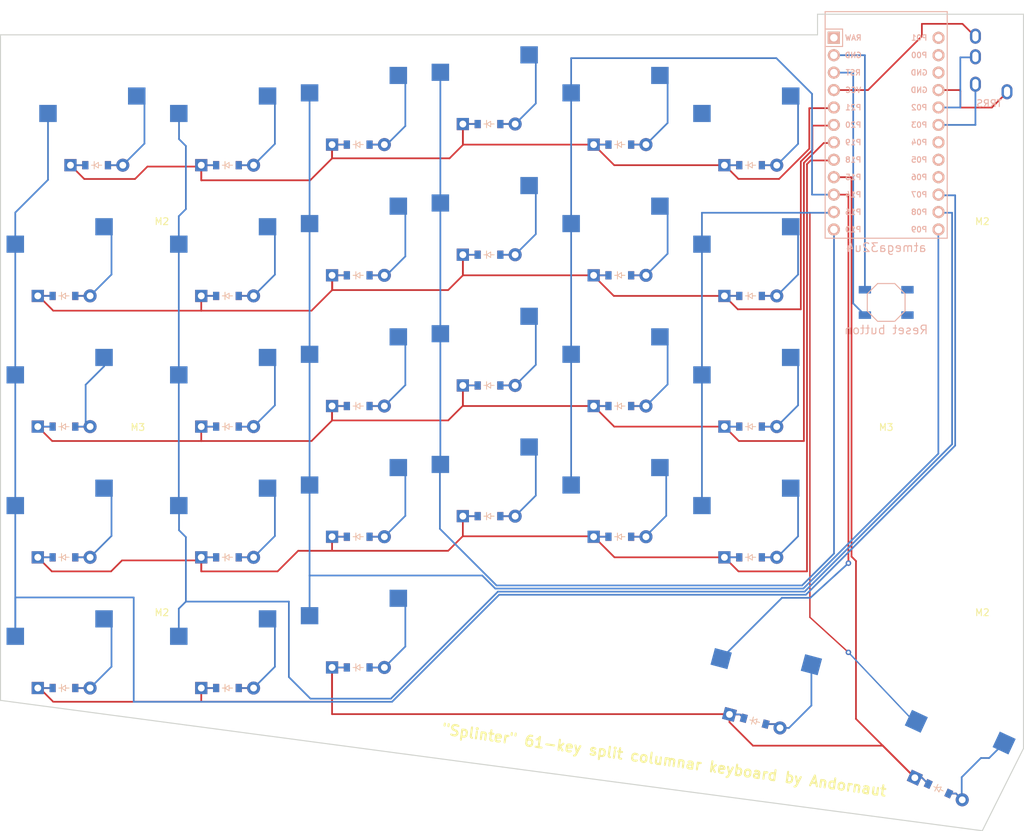
<source format=kicad_pcb>
(kicad_pcb (version 20221018) (generator pcbnew)
  (title_block (title "left") (rev "v1.0.0") (company "Unknown"))
  (layers (0 "F.Cu" signal) (31 "B.Cu" signal) (34 "B.Paste" user) (35 "F.Paste" user) (36 "B.SilkS" user "B.Silkscreen") (37 "F.SilkS" user "F.Silkscreen") (38 "B.Mask" user) (39 "F.Mask" user) (44 "Edge.Cuts" user))
  (net 0 "")
  (net 1 "P18")
  (net 2 "zero_meta")
  (net 3 "zero_bottom")
  (net 4 "zero_home")
  (net 5 "zero_top")
  (net 6 "zero_number")
  (net 7 "P15")
  (net 8 "one_meta")
  (net 9 "one_bottom")
  (net 10 "one_home")
  (net 11 "one_top")
  (net 12 "one_number")
  (net 13 "P14")
  (net 14 "two_meta")
  (net 15 "two_bottom")
  (net 16 "two_home")
  (net 17 "two_top")
  (net 18 "two_number")
  (net 19 "P16")
  (net 20 "three_bottom")
  (net 21 "three_home")
  (net 22 "three_top")
  (net 23 "three_number")
  (net 24 "P10")
  (net 25 "four_bottom")
  (net 26 "four_home")
  (net 27 "four_top")
  (net 28 "four_number")
  (net 29 "P9")
  (net 30 "five_bottom")
  (net 31 "five_home")
  (net 32 "five_top")
  (net 33 "five_number")
  (net 34 "space_meta")
  (net 35 "mod_meta")
  (net 36 "P8")
  (net 37 "P7")
  (net 38 "P6")
  (net 39 "P5")
  (net 40 "P4")
  (net 41 "RAW")
  (net 42 "GND")
  (net 43 "RST")
  (net 44 "VCC")
  (net 45 "P21")
  (net 46 "P20")
  (net 47 "P19")
  (net 48 "P1")
  (net 49 "P0")
  (net 50 "P2")
  (net 51 "P3")
  (footprint "ComboDiode" (layer "F.Cu") (at 107.15 49)
    (fp_text reference "D19" hide)
    (fp_text value "" hide)
  )
  (footprint "MX" (layer "F.Cu") (at 45.2375 107.15)
    (fp_text reference "S2" hide)
    (fp_text value "" hide)
  )
  (footprint "MX" (layer "F.Cu") (at 50 50)
    (fp_text reference "S5" hide)
    (fp_text value "" hide)
  )
  (footprint "MX" (layer "F.Cu") (at 88.1 104.15)
    (fp_text reference "S12" hide)
    (fp_text value "" hide)
  )
  (footprint "MX" (layer "F.Cu") (at 88.1 123.2)
    (fp_text reference "S11" hide)
    (fp_text value "" hide)
  )
  (footprint "MountingHole:MountingHole_2.2mm_M2" (layer "F.Cu") (at 59.5 60)
    (fp_text reference "TopLeftM2" hide)
    (fp_text value "M2")
  )
  (footprint "ComboDiode" (layer "F.Cu") (at 107.15 106.15)
    (fp_text reference "D16" hide)
    (fp_text value "" hide)
  )
  (footprint "ComboDiode" (layer "F.Cu") (at 107.15 87.1)
    (fp_text reference "D17" hide)
    (fp_text value "" hide)
  )
  (footprint "MX" (layer "F.Cu") (at 88.1 85.1)
    (fp_text reference "S13" hide)
    (fp_text value "" hide)
  )
  (footprint "MountingHole:MountingHole_2.2mm_M2" (layer "F.Cu") (at 179 60)
    (fp_text reference "TopRightM2" hide)
    (fp_text value "M2")
  )
  (footprint "MX" (layer "F.Cu") (at 88.1 47)
    (fp_text reference "S15" hide)
    (fp_text value "" hide)
  )
  (footprint "MountingHole:MountingHole_3.2mm_M3" (layer "F.Cu") (at 56 89)
    (fp_text reference "LeftM3" hide)
    (fp_text value "M3")
  )
  (footprint "ComboDiode" (layer "F.Cu") (at 69.05 112.15)
    (fp_text reference "D7" hide)
    (fp_text value "" hide)
  )
  (footprint "MX" (layer "F.Cu") (at 45.2375 88.1)
    (fp_text reference "S3" hide)
    (fp_text value "" hide)
  )
  (footprint "ComboDiode" (layer "F.Cu") (at 126.2 90.1)
    (fp_text reference "D21" hide)
    (fp_text value "" hide)
  )
  (footprint "ComboDiode" (layer "F.Cu") (at 69.05 55)
    (fp_text reference "D10" hide)
    (fp_text value "" hide)
  )
  (footprint "ComboDiode" (layer "F.Cu") (at 69.05 131.2)
    (fp_text reference "D6" hide)
    (fp_text value "" hide)
  )
  (footprint "ComboDiode" (layer "F.Cu") (at 45.2375 93.1)
    (fp_text reference "D3" hide)
    (fp_text value "" hide)
  )
  (footprint "ComboDiode" (layer "F.Cu") (at 45.2375 74.05)
    (fp_text reference "D4" hide)
    (fp_text value "" hide)
  )
  (footprint "MX" (layer "F.Cu") (at 145.25 107.15)
    (fp_text reference "S24" hide)
    (fp_text value "" hide)
  )
  (footprint "ComboDiode" (layer "F.Cu") (at 126.2 109.15)
    (fp_text reference "D20" hide)
    (fp_text value "" hide)
  )
  (footprint "MX" (layer "F.Cu") (at 145.25 69.05)
    (fp_text reference "S26" hide)
    (fp_text value "" hide)
  )
  (footprint "MX" (layer "F.Cu") (at 69.05 126.2)
    (fp_text reference "S6" hide)
    (fp_text value "" hide)
  )
  (footprint "ComboDiode" (layer "F.Cu") (at 88.1 90.1)
    (fp_text reference "D13" hide)
    (fp_text value "" hide)
  )
  (footprint "MountingHole:MountingHole_3.2mm_M3" (layer "F.Cu") (at 165 89)
    (fp_text reference "LeftM3" hide)
    (fp_text value "M3")
  )
  (footprint "ComboDiode" (layer "F.Cu") (at 126.2 52)
    (fp_text reference "D23" hide)
    (fp_text value "" hide)
  )
  (footprint "ComboDiode" (layer "F.Cu") (at 69.05 93.1)
    (fp_text reference "D8" hide)
    (fp_text value "" hide)
  )
  (footprint "MX" (layer "F.Cu") (at 45.2375 126.2)
    (fp_text reference "S1" hide)
    (fp_text value "" hide)
  )
  (footprint "MX" (layer "F.Cu") (at 107.15 63.05)
    (fp_text reference "S18" hide)
    (fp_text value "" hide)
  )
  (footprint "MX" (layer "F.Cu") (at 45.2375 69.05)
    (fp_text reference "S4" hide)
    (fp_text value "" hide)
  )
  (footprint "MX" (layer "F.Cu") (at 107.15 82.1)
    (fp_text reference "S17" hide)
    (fp_text value "" hide)
  )
  (footprint "ComboDiode" (layer "F.Cu") (at 88.1 109.15)
    (fp_text reference "D12" hide)
    (fp_text value "" hide)
  )
  (footprint "ComboDiode" (layer "F.Cu") (at 145.25 55)
    (fp_text reference "D27" hide)
    (fp_text value "" hide)
  )
  (footprint "ComboDiode" (layer "F.Cu") (at 50 55)
    (fp_text reference "D5" hide)
    (fp_text value "" hide)
  )
  (footprint "ComboDiode" (layer "F.Cu") (at 88.1 128.2)
    (fp_text reference "D11" hide)
    (fp_text value "" hide)
  )
  (footprint "MX" (layer "F.Cu") (at 126.2 47)
    (fp_text reference "S23" hide)
    (fp_text value "" hide)
  )
  (footprint "MX" (layer "F.Cu") (at 126.2 104.15)
    (fp_text reference "S20" hide)
    (fp_text value "" hide)
  )
  (footprint "MX" (layer "F.Cu") (at 126.2 66.05)
    (fp_text reference "S22" hide)
    (fp_text value "" hide)
  )
  (footprint "ComboDiode" (layer "F.Cu") (at 107.15 68.05)
    (fp_text reference "D18" hide)
    (fp_text value "" hide)
  )
  (footprint "MX" (layer "F.Cu") (at 69.05 50)
    (fp_text reference "S10" hide)
    (fp_text value "" hide)
  )
  (footprint "ComboDiode" (layer "F.Cu") (at 45.2375 112.15)
    (fp_text reference "D2" hide)
    (fp_text value "" hide)
  )
  (footprint "ComboDiode" (layer "F.Cu") (at 45.2375 131.2)
    (fp_text reference "D1" hide)
    (fp_text value "" hide)
  )
  (footprint "MX" (layer "F.Cu") (at 147.15 131.2 -15)
    (fp_text reference "S28" hide)
    (fp_text value "" hide)
  )
  (footprint "ComboDiode" (layer "F.Cu") (at 88.1 71.05)
    (fp_text reference "D14" hide)
    (fp_text value "" hide)
  )
  (footprint "ComboDiode" (layer "F.Cu") (at 69.05 74.05)
    (fp_text reference "D9" hide)
    (fp_text value "" hide)
  )
  (footprint "MountingHole:MountingHole_2.2mm_M2" (layer "F.Cu") (at 59.5 117)
    (fp_text reference "BotLeftM2" hide)
    (fp_text value "M2")
  )
  (footprint "ComboDiode" (layer "F.Cu") (at 172.623948 145.879074 -25)
    (fp_text reference "D29" hide)
    (fp_text value "" hide)
  )
  (footprint "MX" (layer "F.Cu") (at 69.05 88.1)
    (fp_text reference "S8" hide)
    (fp_text value "" hide)
  )
  (footprint "ComboDiode" (layer "F.Cu") (at 145.25 112.15)
    (fp_text reference "D24" hide)
    (fp_text value "" hide)
  )
  (footprint "MX" (layer "F.Cu") (at 107.15 101.15)
    (fp_text reference "S16" hide)
    (fp_text value "" hide)
  )
  (footprint "MX" (layer "F.Cu") (at 88.1 66.05)
    (fp_text reference "S14" hide)
    (fp_text value "" hide)
  )
  (footprint "ComboDiode" (layer "F.Cu") (at 126.2 71.05)
    (fp_text reference "D22" hide)
    (fp_text value "" hide)
  )
  (footprint "MX" (layer "F.Cu") (at 69.05 107.15)
    (fp_text reference "S7" hide)
    (fp_text value "" hide)
  )
  (footprint "MountingHole:MountingHole_2.2mm_M2" (layer "F.Cu") (at 179 117)
    (fp_text reference "BotRightM2" hide)
    (fp_text value "M2")
  )
  (footprint "MX" (layer "F.Cu") (at 145.25 50)
    (fp_text reference "S27" hide)
    (fp_text value "" hide)
  )
  (footprint "ComboDiode" (layer "F.Cu") (at 145.25 93.1)
    (fp_text reference "D25" hide)
    (fp_text value "" hide)
  )
  (footprint "MX" (layer "F.Cu") (at 174.737039 141.347535 -25)
    (fp_text reference "S29" hide)
    (fp_text value "" hide)
  )
  (footprint "MX" (layer "F.Cu") (at 107.15 44)
    (fp_text reference "S19" hide)
    (fp_text value "" hide)
  )
  (footprint "ComboDiode" (layer "F.Cu") (at 88.1 52)
    (fp_text reference "D15" hide)
    (fp_text value "" hide)
  )
  (footprint "ComboDiode" (layer "F.Cu") (at 145.855905 136.029629 -15)
    (fp_text reference "D28" hide)
    (fp_text value "" hide)
  )
  (footprint "ComboDiode" (layer "F.Cu") (at 145.25 74.05)
    (fp_text reference "D26" hide)
    (fp_text value "" hide)
  )
  (footprint "MX" (layer "F.Cu") (at 126.2 85.1)
    (fp_text reference "S21" hide)
    (fp_text value "" hide)
  )
  (footprint "MX" (layer "F.Cu") (at 145.25 88.1)
    (fp_text reference "S25" hide)
    (fp_text value "" hide)
  )
  (footprint "MX" (layer "F.Cu") (at 69.05 69.05)
    (fp_text reference "S9" hide)
    (fp_text value "" hide)
  )
  (footprint "E73:SW_TACT_ALPS_SKQGABE010" (layer "B.Cu") (at 165 75 180)
    (fp_text reference "Reset button")
    (fp_text value "" hide)
  )
  (footprint "ProMicro" (layer "B.Cu") (at 165 50.4 -90)
    (fp_text reference "atmega32u4")
    (fp_text value "" hide)
  )
  (footprint "TRRS-PJ-320A-dual" (layer "B.Cu") (at 178 33 180)
    (fp_text reference "TRRS")
    (fp_text value "TRRS-PJ-320A-dual" hide)
  )
  (gr_line (start 155 33) (end 185 33) (stroke (width 0.15)) (layer "Edge.Cuts"))
  (gr_line (start 36 133) (end 36 36) (stroke (width 0.15)) (layer "Edge.Cuts"))
  (gr_line (start 155 36) (end 36 36) (stroke (width 0.15)) (layer "Edge.Cuts"))
  (gr_line (start 185 33) (end 185 140) (stroke (width 0.15)) (layer "Edge.Cuts"))
  (gr_line (start 155 33) (end 155 36) (stroke (width 0.15)) (layer "Edge.Cuts"))
  (gr_line (start 185 140) (end 179 152) (stroke (width 0.15)) (layer "Edge.Cuts"))
  (gr_line (start 179 152) (end 36 133) (stroke (width 0.15)) (layer "Edge.Cuts"))
  (gr_text "{dblquote}Splinter{dblquote} 61-key split columnar keyboard by Andornaut" (at 100 138 352) (layer "F.SilkS") (effects (font (size 1.5 1.5) (thickness 0.3) bold) (justify left bottom)))
  (segment (start 124.55 109.15) (end 122.39 109.15) (width 0.25) (layer "F.Cu") (net 1))
  (segment (start 53.7 112.6) (end 65.24 112.6) (width 0.25) (layer "F.Cu") (net 1))
  (segment (start 43.5875 112.15) (end 41.4275 112.15) (width 0.25) (layer "F.Cu") (net 1))
  (segment (start 52.1 114.2) (end 53.7 112.6) (width 0.25) (layer "F.Cu") (net 1))
  (segment (start 153.465 114.2) (end 153.465 54.844188) (width 0.25) (layer "F.Cu") (net 1))
  (segment (start 103.34 106.15) (end 105.5 106.15) (width 0.25) (layer "F.Cu") (net 1))
  (segment (start 125.4275 112.15) (end 141.44 112.15) (width 0.25) (layer "F.Cu") (net 1))
  (segment (start 101.2 111.2) (end 103.34 109.06) (width 0.25) (layer "F.Cu") (net 1))
  (segment (start 84.29 111.2) (end 101.2 111.2) (width 0.25) (layer "F.Cu") (net 1))
  (segment (start 103.34 109.06) (end 103.34 106.15) (width 0.25) (layer "F.Cu") (net 1))
  (segment (start 86.45 109.15) (end 84.29 109.15) (width 0.25) (layer "F.Cu") (net 1))
  (segment (start 153.999188 54.31) (end 157.945 54.31) (width 0.25) (layer "F.Cu") (net 1))
  (segment (start 65.24 112.6) (end 65.24 114.2) (width 0.25) (layer "F.Cu") (net 1))
  (segment (start 143.6 112.15) (end 141.44 112.15) (width 0.25) (layer "F.Cu") (net 1))
  (segment (start 79.3525 111.2) (end 84.29 111.2) (width 0.25) (layer "F.Cu") (net 1))
  (segment (start 103.34 109.06) (end 103.3675 109.0875) (width 0.25) (layer "F.Cu") (net 1))
  (segment (start 65.24 114.2) (end 76.3525 114.2) (width 0.25) (layer "F.Cu") (net 1))
  (segment (start 65.24 114.2) (end 65.24 112.15) (width 0.25) (layer "F.Cu") (net 1))
  (segment (start 43.4775 114.2) (end 52.1 114.2) (width 0.25) (layer "F.Cu") (net 1))
  (segment (start 143.49 114.2) (end 153.465 114.2) (width 0.25) (layer "F.Cu") (net 1))
  (segment (start 141.44 112.15) (end 143.49 114.2) (width 0.25) (layer "F.Cu") (net 1))
  (segment (start 84.29 111.2) (end 84.29 109.15) (width 0.25) (layer "F.Cu") (net 1))
  (segment (start 153.465 54.844188) (end 153.999188 54.31) (width 0.25) (layer "F.Cu") (net 1))
  (segment (start 65.24 112.15) (end 67.4 112.15) (width 0.25) (layer "F.Cu") (net 1))
  (segment (start 122.4275 109.15) (end 125.4275 112.15) (width 0.25) (layer "F.Cu") (net 1))
  (segment (start 76.3525 114.2) (end 79.3525 111.2) (width 0.25) (layer "F.Cu") (net 1))
  (segment (start 103.3675 109.0875) (end 122.3275 109.0875) (width 0.25) (layer "F.Cu") (net 1))
  (segment (start 41.4275 112.15) (end 43.4775 114.2) (width 0.25) (layer "F.Cu") (net 1))
  (segment (start 86.45 109.15) (end 84.29 109.15) (width 0.25) (layer "B.Cu") (net 1))
  (segment (start 67.4 112.15) (end 65.24 112.15) (width 0.25) (layer "B.Cu") (net 1))
  (segment (start 124.55 109.15) (end 122.39 109.15) (width 0.25) (layer "B.Cu") (net 1))
  (segment (start 143.6 112.15) (end 141.44 112.15) (width 0.25) (layer "B.Cu") (net 1))
  (segment (start 43.5875 112.15) (end 41.4275 112.15) (width 0.25) (layer "B.Cu") (net 1))
  (segment (start 105.5 106.15) (end 103.34 106.15) (width 0.25) (layer "B.Cu") (net 1))
  (segment (start 46.8875 131.2) (end 49.0475 131.2) (width 0.25) (layer "F.Cu") (net 2))
  (segment (start 46.8875 131.2) (end 49.0475 131.2) (width 0.25) (layer "B.Cu") (net 2))
  (segment (start 49.0475 131.2) (end 52.165 128.0825) (width 0.25) (layer "B.Cu") (net 2))
  (segment (start 52.165 128.0825) (end 52.165 122.2055) (width 0.25) (layer "B.Cu") (net 2))
  (segment (start 46.8875 112.15) (end 49.0475 112.15) (width 0.25) (layer "F.Cu") (net 3))
  (segment (start 52.165 109.0325) (end 52.165 103.1555) (width 0.25) (layer "B.Cu") (net 3))
  (segment (start 49.0475 112.15) (end 52.165 109.0325) (width 0.25) (layer "B.Cu") (net 3))
  (segment (start 46.8875 112.15) (end 49.0475 112.15) (width 0.25) (layer "B.Cu") (net 3))
  (segment (start 46.8875 93.1) (end 49.0475 93.1) (width 0.25) (layer "F.Cu") (net 4))
  (segment (start 49.0475 93.1) (end 48.4 92.4525) (width 0.25) (layer "B.Cu") (net 4))
  (segment (start 51.0795 84.3205) (end 51.0795 83.02) (width 0.25) (layer "B.Cu") (net 4))
  (segment (start 48.4 92.4525) (end 48.4 87) (width 0.25) (layer "B.Cu") (net 4))
  (segment (start 48.4 87) (end 51.0795 84.3205) (width 0.25) (layer "B.Cu") (net 4))
  (segment (start 46.8875 93.1) (end 49.0475 93.1) (width 0.25) (layer "B.Cu") (net 4))
  (segment (start 46.8875 74.05) (end 49.0475 74.05) (width 0.25) (layer "F.Cu") (net 5))
  (segment (start 49.0475 74.05) (end 52.165 70.9325) (width 0.25) (layer "B.Cu") (net 5))
  (segment (start 52.165 70.9325) (end 52.165 65.0555) (width 0.25) (layer "B.Cu") (net 5))
  (segment (start 46.8875 74.05) (end 49.0475 74.05) (width 0.25) (layer "B.Cu") (net 5))
  (segment (start 53.81 55) (end 51.65 55) (width 0.25) (layer "F.Cu") (net 6))
  (segment (start 56.965 51.845) (end 56.965 46.043) (width 0.25) (layer "B.Cu") (net 6))
  (segment (start 53.81 55) (end 56.965 51.845) (width 0.25) (layer "B.Cu") (net 6))
  (segment (start 51.65 55) (end 53.81 55) (width 0.25) (layer "B.Cu") (net 6))
  (segment (start 41.565 131.0875) (end 43.6775 133.2) (width 0.25) (layer "F.Cu") (net 7))
  (segment (start 142.175728 135.043528) (end 143.703077 135.043528) (width 0.25) (layer "F.Cu") (net 7))
  (segment (start 41.4275 131.2) (end 43.5875 131.2) (width 0.25) (layer "F.Cu") (net 7))
  (segment (start 169.170915 144.268898) (end 160.6 135.697983) (width 0.25) (layer "F.Cu") (net 7))
  (segment (start 160.6 135.697983) (end 160.6 112.687347) (width 0.25) (layer "F.Cu") (net 7))
  (segment (start 159.95 56.75) (end 157.38 56.75) (width 0.25) (layer "F.Cu") (net 7))
  (segment (start 159.95 112.037347) (end 159.95 56.75) (width 0.25) (layer "F.Cu") (net 7))
  (segment (start 43.6775 133.2) (end 65.24 133.2) (width 0.25) (layer "F.Cu") (net 7))
  (segment (start 84.29 128.2) (end 84.29 135) (width 0.25) (layer "F.Cu") (net 7))
  (segment (start 143.703077 135.043528) (end 144.262127 135.602578) (width 0.25) (layer "F.Cu") (net 7))
  (segment (start 84.29 133.2) (end 65.24 133.2) (width 0.25) (layer "F.Cu") (net 7))
  (segment (start 84.29 128.2) (end 84.29 133.2) (width 0.25) (layer "F.Cu") (net 7))
  (segment (start 170.215684 144.268898) (end 171.12854 145.181754) (width 0.25) (layer "F.Cu") (net 7))
  (segment (start 160.6 112.687347) (end 159.95 112.037347) (width 0.25) (layer "F.Cu") (net 7))
  (segment (start 142.175728 136.175728) (end 145.6 139.6) (width 0.25) (layer "F.Cu") (net 7))
  (segment (start 84.29 135) (end 142.1322 135) (width 0.25) (layer "F.Cu") (net 7))
  (segment (start 142.175728 135.043528) (end 142.175728 136.175728) (width 0.25) (layer "F.Cu") (net 7))
  (segment (start 86.45 128.2) (end 84.29 128.2) (width 0.25) (layer "F.Cu") (net 7))
  (segment (start 164.502017 139.6) (end 169.170915 144.268898) (width 0.25) (layer "F.Cu") (net 7))
  (segment (start 169.170915 144.268898) (end 170.215684 144.268898) (width 0.25) (layer "F.Cu") (net 7))
  (segment (start 65.24 131.2) (end 67.4 131.2) (width 0.25) (layer "F.Cu") (net 7))
  (segment (start 145.6 139.6) (end 164.502017 139.6) (width 0.25) (layer "F.Cu") (net 7))
  (segment (start 65.24 133.2) (end 65.24 131.2) (width 0.25) (layer "F.Cu") (net 7))
  (segment (start 43.5875 131.2) (end 41.4275 131.2) (width 0.25) (layer "B.Cu") (net 7))
  (segment (start 84.29 128.2) (end 86.45 128.2) (width 0.25) (layer "B.Cu") (net 7))
  (segment (start 143.703077 135.043528) (end 144.262127 135.602578) (width 0.25) (layer "B.Cu") (net 7))
  (segment (start 67.4 131.2) (end 65.24 131.2) (width 0.25) (layer "B.Cu") (net 7))
  (segment (start 142.175728 135.043528) (end 143.703077 135.043528) (width 0.25) (layer "B.Cu") (net 7))
  (segment (start 170.215684 144.268898) (end 171.12854 145.181754) (width 0.25) (layer "B.Cu") (net 7))
  (segment (start 169.170915 144.268898) (end 170.215684 144.268898) (width 0.25) (layer "B.Cu") (net 7))
  (segment (start 70.7 131.2) (end 72.86 131.2) (width 0.25) (layer "F.Cu") (net 8))
  (segment (start 75.965 128.095) (end 75.965 122.193) (width 0.25) (layer "B.Cu") (net 8))
  (segment (start 70.7 131.2) (end 72.86 131.2) (width 0.25) (layer "B.Cu") (net 8))
  (segment (start 72.86 131.2) (end 75.965 128.095) (width 0.25) (layer "B.Cu") (net 8))
  (segment (start 70.7 112.15) (end 72.86 112.15) (width 0.25) (layer "F.Cu") (net 9))
  (segment (start 75.965 109.045) (end 75.965 103.143) (width 0.25) (layer "B.Cu") (net 9))
  (segment (start 72.86 112.15) (end 75.965 109.045) (width 0.25) (layer "B.Cu") (net 9))
  (segment (start 70.7 112.15) (end 72.86 112.15) (width 0.25) (layer "B.Cu") (net 9))
  (segment (start 70.7 93.1) (end 72.86 93.1) (width 0.25) (layer "F.Cu") (net 10))
  (segment (start 72.86 93.1) (end 75.965 89.995) (width 0.25) (layer "B.Cu") (net 10))
  (segment (start 75.965 89.995) (end 75.965 84.093) (width 0.25) (layer "B.Cu") (net 10))
  (segment (start 70.7 93.1) (end 72.86 93.1) (width 0.25) (layer "B.Cu") (net 10))
  (segment (start 70.7 74.05) (end 72.86 74.05) (width 0.25) (layer "F.Cu") (net 11))
  (segment (start 72.86 74.05) (end 75.965 70.945) (width 0.25) (layer "B.Cu") (net 11))
  (segment (start 70.7 74.05) (end 72.86 74.05) (width 0.25) (layer "B.Cu") (net 11))
  (segment (start 75.965 70.945) (end 75.965 65.043) (width 0.25) (layer "B.Cu") (net 11))
  (segment (start 70.7 55) (end 72.86 55) (width 0.25) (layer "F.Cu") (net 12))
  (segment (start 75.965 51.895) (end 75.965 45.993) (width 0.25) (layer "B.Cu") (net 12))
  (segment (start 72.86 55) (end 75.965 51.895) (width 0.25) (layer "B.Cu") (net 12))
  (segment (start 70.7 55) (end 72.86 55) (width 0.25) (layer "B.Cu") (net 12))
  (segment (start 159.5 113) (end 159.5 59.29) (width 0.25) (layer "F.Cu") (net 13))
  (segment (start 159.5 59.29) (end 157.945 59.29) (width 0.25) (layer "F.Cu") (net 13))
  (via (at 159.5 113) (size 0.8) (drill 0.4) (layers "F.Cu" "B.Cu") (net 13))
  (segment (start 119.115 39.4) (end 149 39.4) (width 0.25) (layer "B.Cu") (net 13))
  (segment (start 119.115 44.46) (end 119.115 39.4) (width 0.25) (layer "B.Cu") (net 13))
  (segment (start 119.115 44.46) (end 119.115 63.51) (width 0.25) (layer "B.Cu") (net 13))
  (segment (start 154.2 44.6) (end 154.2 59.29) (width 0.25) (layer "B.Cu") (net 13))
  (segment (start 154.2 59.29) (end 157.945 59.29) (width 0.25) (layer "B.Cu") (net 13))
  (segment (start 149.8 118.076631) (end 140.963816 126.912815) (width 0.25) (layer "B.Cu") (net 13))
  (segment (start 149 39.4) (end 154.2 44.6) (width 0.25) (layer "B.Cu") (net 13))
  (segment (start 159.5 113) (end 153.95 118.05) (width 0.25) (layer "B.Cu") (net 13))
  (segment (start 119.115 63.51) (end 119.115 82.56) (width 0.25) (layer "B.Cu") (net 13))
  (segment (start 149.8 118.05) (end 149.8 118.076631) (width 0.25) (layer "B.Cu") (net 13))
  (segment (start 153.95 118.05) (end 149.8 118.05) (width 0.25) (layer "B.Cu") (net 13))
  (segment (start 119.115 101.61) (end 119.115 82.56) (width 0.25) (layer "B.Cu") (net 13))
  (segment (start 89.75 128.2) (end 91.91 128.2) (width 0.25) (layer "F.Cu") (net 14))
  (segment (start 89.75 128.2) (end 91.91 128.2) (width 0.25) (layer "B.Cu") (net 14))
  (segment (start 94.965 125.145) (end 94.965 119.143) (width 0.25) (layer "B.Cu") (net 14))
  (segment (start 91.91 128.2) (end 94.965 125.145) (width 0.25) (layer "B.Cu") (net 14))
  (segment (start 89.75 109.15) (end 91.91 109.15) (width 0.25) (layer "F.Cu") (net 15))
  (segment (start 89.75 109.15) (end 91.91 109.15) (width 0.25) (layer "B.Cu") (net 15))
  (segment (start 91.91 109.15) (end 94.965 106.095) (width 0.25) (layer "B.Cu") (net 15))
  (segment (start 94.965 106.095) (end 94.965 100.093) (width 0.25) (layer "B.Cu") (net 15))
  (segment (start 89.75 90.1) (end 91.91 90.1) (width 0.25) (layer "F.Cu") (net 16))
  (segment (start 94.965 87.045) (end 94.965 81.043) (width 0.25) (layer "B.Cu") (net 16))
  (segment (start 91.91 90.1) (end 94.965 87.045) (width 0.25) (layer "B.Cu") (net 16))
  (segment (start 89.75 90.1) (end 91.91 90.1) (width 0.25) (layer "B.Cu") (net 16))
  (segment (start 89.75 71.05) (end 91.91 71.05) (width 0.25) (layer "F.Cu") (net 17))
  (segment (start 94.965 68.2875) (end 94.965 61.993) (width 0.25) (layer "B.Cu") (net 17))
  (segment (start 89.75 71.05) (end 91.91 71.05) (width 0.25) (layer "B.Cu") (net 17))
  (segment (start 92.165 71.0875) (end 94.965 68.2875) (width 0.25) (layer "B.Cu") (net 17))
  (segment (start 89.75 52) (end 91.91 52) (width 0.25) (layer "F.Cu") (net 18))
  (segment (start 94.965 49.2875) (end 94.965 42.943) (width 0.25) (layer "B.Cu") (net 18))
  (segment (start 89.75 52) (end 91.91 52) (width 0.25) (layer "B.Cu") (net 18))
  (segment (start 92.2525 52) (end 94.965 49.2875) (width 0.25) (layer "B.Cu") (net 18))
  (segment (start 159.5 126) (end 153.89 120.89) (width 0.2) (layer "F.Cu") (net 19))
  (segment (start 153.89 120.89) (end 153.89 61.93) (width 0.2) (layer "F.Cu") (net 19))
  (segment (start 153.89 61.93) (end 157.945 61.93) (width 0.2) (layer "F.Cu") (net 19))
  (via (at 159.5 126) (size 0.8) (drill 0.4) (layers "F.Cu" "B.Cu") (net 19))
  (segment (start 138.165 61.93) (end 157.945 61.93) (width 0.25) (layer "B.Cu") (net 19))
  (segment (start 168.389299 135.389299) (end 169.389299 135.389299) (width 0.2) (layer "B.Cu") (net 19))
  (segment (start 138.165 66.51) (end 138.165 85.56) (width 0.25) (layer "B.Cu") (net 19))
  (segment (start 159.5 126) (end 168.389299 135.389299) (width 0.2) (layer "B.Cu") (net 19))
  (segment (start 138.165 85.56) (end 138.165 104.61) (width 0.25) (layer "B.Cu") (net 19))
  (segment (start 138.165 66.51) (end 138.165 61.93) (width 0.25) (layer "B.Cu") (net 19))
  (segment (start 108.8 106.15) (end 110.96 106.15) (width 0.25) (layer "F.Cu") (net 20))
  (segment (start 110.96 106.15) (end 113.965 103.145) (width 0.25) (layer "B.Cu") (net 20))
  (segment (start 108.8 106.15) (end 110.96 106.15) (width 0.25) (layer "B.Cu") (net 20))
  (segment (start 113.965 103.145) (end 113.965 97.043) (width 0.25) (layer "B.Cu") (net 20))
  (segment (start 110.96 87.1) (end 108.8 87.1) (width 0.25) (layer "F.Cu") (net 21))
  (segment (start 110.96 87.1) (end 113.965 84.095) (width 0.25) (layer "B.Cu") (net 21))
  (segment (start 113.965 84.095) (end 113.965 77.993) (width 0.25) (layer "B.Cu") (net 21))
  (segment (start 110.96 87.1) (end 108.8 87.1) (width 0.25) (layer "B.Cu") (net 21))
  (segment (start 110.96 68.05) (end 108.8 68.05) (width 0.25) (layer "F.Cu") (net 22))
  (segment (start 110.96 68.05) (end 113.965 65.045) (width 0.25) (layer "B.Cu") (net 22))
  (segment (start 110.96 68.05) (end 108.8 68.05) (width 0.25) (layer "B.Cu") (net 22))
  (segment (start 113.965 65.045) (end 113.965 58.943) (width 0.25) (layer "B.Cu") (net 22))
  (segment (start 110.96 49) (end 108.8 49) (width 0.25) (layer "F.Cu") (net 23))
  (segment (start 113.965 45.995) (end 113.965 39.893) (width 0.25) (layer "B.Cu") (net 23))
  (segment (start 110.96 49) (end 108.8 49) (width 0.25) (layer "B.Cu") (net 23))
  (segment (start 110.96 49) (end 113.965 45.995) (width 0.25) (layer "B.Cu") (net 23))
  (segment (start 100.065 79.56) (end 100.065 98.61) (width 0.25) (layer "B.Cu") (net 24))
  (segment (start 108.25 116.25) (end 152.75 116.25) (width 0.25) (layer "B.Cu") (net 24))
  (segment (start 157.4 111.6) (end 157.4 64.39) (width 0.25) (layer "B.Cu") (net 24))
  (segment (start 100.065 41.46) (end 100.065 60.51) (width 0.25) (layer "B.Cu") (net 24))
  (segment (start 152.75 116.25) (end 157.4 111.6) (width 0.25) (layer "B.Cu") (net 24))
  (segment (start 100 98.675) (end 100 108) (width 0.25) (layer "B.Cu") (net 24))
  (segment (start 100.065 60.51) (end 100.065 79.56) (width 0.25) (layer "B.Cu") (net 24))
  (segment (start 100 108) (end 108.25 116.25) (width 0.25) (layer "B.Cu") (net 24))
  (segment (start 127.85 109.15) (end 130.01 109.15) (width 0.25) (layer "F.Cu") (net 25))
  (segment (start 132.965 99.993) (end 132.965 106.0875) (width 0.25) (layer "B.Cu") (net 25))
  (segment (start 127.85 109.15) (end 130.01 109.15) (width 0.25) (layer "B.Cu") (net 25))
  (segment (start 132.965 106.0875) (end 129.965 109.0875) (width 0.25) (layer "B.Cu") (net 25))
  (segment (start 130.01 90.1) (end 127.85 90.1) (width 0.25) (layer "F.Cu") (net 26))
  (segment (start 130.01 90.1) (end 133.165 86.945) (width 0.25) (layer "B.Cu") (net 26))
  (segment (start 133.165 86.945) (end 133.165 81.143) (width 0.25) (layer "B.Cu") (net 26))
  (segment (start 130.01 90.1) (end 127.85 90.1) (width 0.25) (layer "B.Cu") (net 26))
  (segment (start 130.01 71.05) (end 127.85 71.05) (width 0.25) (layer "F.Cu") (net 27))
  (segment (start 130.01 71.05) (end 133.165 67.895) (width 0.25) (layer "B.Cu") (net 27))
  (segment (start 133.165 67.895) (end 133.165 62.093) (width 0.25) (layer "B.Cu") (net 27))
  (segment (start 130.01 71.05) (end 127.85 71.05) (width 0.25) (layer "B.Cu") (net 27))
  (segment (start 130.01 52) (end 127.85 52) (width 0.25) (layer "F.Cu") (net 28))
  (segment (start 130.01 52) (end 133.165 48.845) (width 0.25) (layer "B.Cu") (net 28))
  (segment (start 133.165 48.845) (end 133.165 43.043) (width 0.25) (layer "B.Cu") (net 28))
  (segment (start 130.01 52) (end 127.85 52) (width 0.25) (layer "B.Cu") (net 28))
  (segment (start 172.6 97.036396) (end 172.6 64.39) (width 0.25) (layer "B.Cu") (net 29))
  (segment (start 106.163604 114.8) (end 108.063604 116.7) (width 0.25) (layer "B.Cu") (net 29))
  (segment (start 81.015 101.61) (end 81.015 120.66) (width 0.25) (layer "B.Cu") (net 29))
  (segment (start 108.063604 116.7) (end 152.936396 116.7) (width 0.25) (layer "B.Cu") (net 29))
  (segment (start 81.015 82.56) (end 81.015 101.61) (width 0.25) (layer "B.Cu") (net 29))
  (segment (start 81.015 44.46) (end 81.015 63.51) (width 0.25) (layer "B.Cu") (net 29))
  (segment (start 81.015 114.8) (end 106.163604 114.8) (width 0.25) (layer "B.Cu") (net 29))
  (segment (start 152.936396 116.7) (end 172.6 97.036396) (width 0.25) (layer "B.Cu") (net 29))
  (segment (start 81.015 63.51) (end 81.015 82.56) (width 0.25) (layer "B.Cu") (net 29))
  (segment (start 146.9 112.15) (end 149.06 112.15) (width 0.25) (layer "F.Cu") (net 30))
  (segment (start 149.1025 112.15) (end 152.165 109.0875) (width 0.25) (layer "B.Cu") (net 30))
  (segment (start 152.165 109.0875) (end 152.165 103.143) (width 0.25) (layer "B.Cu") (net 30))
  (segment (start 146.9 112.15) (end 149.06 112.15) (width 0.25) (layer "B.Cu") (net 30))
  (segment (start 149.06 93.1) (end 146.9 93.1) (width 0.25) (layer "F.Cu") (net 31))
  (segment (start 149.06 93.1) (end 152.165 89.995) (width 0.25) (layer "B.Cu") (net 31))
  (segment (start 149.06 93.1) (end 146.9 93.1) (width 0.25) (layer "B.Cu") (net 31))
  (segment (start 152.165 89.995) (end 152.165 84.093) (width 0.25) (layer "B.Cu") (net 31))
  (segment (start 149.06 74.05) (end 146.9 74.05) (width 0.25) (layer "F.Cu") (net 32))
  (segment (start 152.165 70.945) (end 152.165 65.043) (width 0.25) (layer "B.Cu") (net 32))
  (segment (start 149.06 74.05) (end 152.165 70.945) (width 0.25) (layer "B.Cu") (net 32))
  (segment (start 149.06 74.05) (end 146.9 74.05) (width 0.25) (layer "B.Cu") (net 32))
  (segment (start 149.06 55) (end 146.9 55) (width 0.25) (layer "F.Cu") (net 33))
  (segment (start 152.165 51.895) (end 152.165 45.993) (width 0.25) (layer "B.Cu") (net 33))
  (segment (start 149.06 55) (end 146.9 55) (width 0.25) (layer "B.Cu") (net 33))
  (segment (start 149.06 55) (end 152.165 51.895) (width 0.25) (layer "B.Cu") (net 33))
  (segment (start 147.449683 136.45668) (end 148.977032 136.45668) (width 0.25) (layer "F.Cu") (net 34))
  (segment (start 150.83677 137.01573) (end 154.107739 133.744761) (width 0.25) (layer "B.Cu") (net 34))
  (segment (start 154.107739 133.744761) (end 154.107739 127.805118) (width 0.25) (layer "B.Cu") (net 34))
  (segment (start 147.449683 136.45668) (end 148.977032 136.45668) (width 0.25) (layer "B.Cu") (net 34))
  (segment (start 149.536082 137.01573) (end 150.83677 137.01573) (width 0.25) (layer "B.Cu") (net 34))
  (segment (start 175.164125 146.576394) (end 176.076981 147.48925) (width 0.25) (layer "F.Cu") (net 35))
  (segment (start 174.119356 146.576394) (end 175.164125 146.576394) (width 0.25) (layer "F.Cu") (net 35))
  (segment (start 175.164125 146.576394) (end 176.076981 147.48925) (width 0.25) (layer "B.Cu") (net 35))
  (segment (start 176 144.2) (end 178.8 141.4) (width 0.25) (layer "B.Cu") (net 35))
  (segment (start 176 147.4) (end 176 144.2) (width 0.25) (layer "B.Cu") (net 35))
  (segment (start 179.995509 141.4) (end 182.17859 139.216919) (width 0.25) (layer "B.Cu") (net 35))
  (segment (start 174.119356 146.576394) (end 175.164125 146.576394) (width 0.25) (layer "B.Cu") (net 35))
  (segment (start 178.8 141.4) (end 179.995509 141.4) (width 0.25) (layer "B.Cu") (net 35))
  (segment (start 62 108.2) (end 63 109.2) (width 0.25) (layer "B.Cu") (net 36))
  (segment (start 62 104.645) (end 62 108.2) (width 0.25) (layer "B.Cu") (net 36))
  (segment (start 62 47.495) (end 62 51.2) (width 0.25) (layer "B.Cu") (net 36))
  (segment (start 92.85 132.75) (end 108.45 117.15) (width 0.25) (layer "B.Cu") (net 36))
  (segment (start 62 51.2) (end 63 52.2) (width 0.25) (layer "B.Cu") (net 36))
  (segment (start 63 109.2) (end 63 118.6) (width 0.25) (layer "B.Cu") (net 36))
  (segment (start 61.965 104.61) (end 61.965 85.56) (width 0.25) (layer "B.Cu") (net 36))
  (segment (start 174.6 61.93) (end 173.185 61.93) (width 0.25) (layer "B.Cu") (net 36))
  (segment (start 153.122792 117.15) (end 174.6 95.672792) (width 0.25) (layer "B.Cu") (net 36))
  (segment (start 78 118.6) (end 78 129.6) (width 0.25) (layer "B.Cu") (net 36))
  (segment (start 61.965 119.635) (end 61.965 123.66) (width 0.25) (layer "B.Cu") (net 36))
  (segment (start 108.45 117.15) (end 153.122792 117.15) (width 0.25) (layer "B.Cu") (net 36))
  (segment (start 81.15 132.75) (end 92.85 132.75) (width 0.25) (layer "B.Cu") (net 36))
  (segment (start 63 61.4) (end 61.965 62.435) (width 0.25) (layer "B.Cu") (net 36))
  (segment (start 61.965 66.51) (end 61.965 85.56) (width 0.25) (layer "B.Cu") (net 36))
  (segment (start 63.1 118.6) (end 78 118.6) (width 0.25) (layer "B.Cu") (net 36))
  (segment (start 174.6 95.672792) (end 174.6 61.93) (width 0.25) (layer "B.Cu") (net 36))
  (segment (start 78 129.6) (end 81.15 132.75) (width 0.25) (layer "B.Cu") (net 36))
  (segment (start 63 118.6) (end 61.965 119.635) (width 0.25) (layer "B.Cu") (net 36))
  (segment (start 63 52.2) (end 63 61.4) (width 0.25) (layer "B.Cu") (net 36))
  (segment (start 61.965 62.435) (end 61.965 66.51) (width 0.25) (layer "B.Cu") (net 36))
  (segment (start 175.05 59.4) (end 175.04 59.39) (width 0.25) (layer "B.Cu") (net 37))
  (segment (start 175.04 59.39) (end 173.185 59.39) (width 0.25) (layer "B.Cu") (net 37))
  (segment (start 175.05 95.859188) (end 175.05 59.4) (width 0.25) (layer "B.Cu") (net 37))
  (segment (start 55.4 118) (end 55.4 133.2) (width 0.25) (layer "B.Cu") (net 37))
  (segment (start 38.1525 85.56) (end 38.1525 66.51) (width 0.25) (layer "B.Cu") (net 37))
  (segment (start 38.1525 123.66) (end 38.1525 104.61) (width 0.25) (layer "B.Cu") (net 37))
  (segment (start 153.309188 117.6) (end 175.05 95.859188) (width 0.25) (layer "B.Cu") (net 37))
  (segment (start 55.4 133.2) (end 93.036396 133.2) (width 0.25) (layer "B.Cu") (net 37))
  (segment (start 42.915 57.1375) (end 38.1525 61.9) (width 0.25) (layer "B.Cu") (net 37))
  (segment (start 108.636396 117.6) (end 153.309188 117.6) (width 0.25) (layer "B.Cu") (net 37))
  (segment (start 38.1525 123.66) (end 38.1525 118) (width 0.25) (layer "B.Cu") (net 37))
  (segment (start 42.915 47.46) (end 42.915 57.1375) (width 0.25) (layer "B.Cu") (net 37))
  (segment (start 38.1525 61.9) (end 38.1525 66.51) (width 0.25) (layer "B.Cu") (net 37))
  (segment (start 38.1525 85.56) (end 38.1525 104.61) (width 0.25) (layer "B.Cu") (net 37))
  (segment (start 38.1525 118) (end 55.4 118) (width 0.25) (layer "B.Cu") (net 37))
  (segment (start 93.036396 133.2) (end 108.636396 117.6) (width 0.25) (layer "B.Cu") (net 37))
  (segment (start 180.3875 46.6) (end 175.8 46.6) (width 0.25) (layer "F.Cu") (net 42))
  (segment (start 175.65 44.05) (end 173.25 44.05) (width 0.25) (layer "F.Cu") (net 42))
  (segment (start 175.8 44.2) (end 175.65 44.05) (width 0.25) (layer "F.Cu") (net 42))
  (segment (start 182.6 44.3875) (end 180.3875 46.6) (width 0.25) (layer "F.Cu") (net 42))
  (segment (start 175.8 46.6) (end 175.8 44.2) (width 0.25) (layer "F.Cu") (net 42))
  (segment (start 161.9 38.97) (end 157.38 38.97) (width 0.25) (layer "B.Cu") (net 42))
  (segment (start 161.9 73.15) (end 161.9 38.97) (width 0.25) (layer "B.Cu") (net 42))
  (segment (start 160.2 41.51) (end 157.38 41.51) (width 0.25) (layer "B.Cu") (net 43))
  (segment (start 161.9 76.85) (end 160.2 75.15) (width 0.25) (layer "B.Cu") (net 43))
  (segment (start 160.2 75.15) (end 160.2 41.51) (width 0.25) (layer "B.Cu") (net 43))
  (segment (start 170.2 36.2) (end 162.35 44.05) (width 0.25) (layer "F.Cu") (net 44))
  (segment (start 178 36.2875) (end 176.1125 34.4) (width 0.25) (layer "F.Cu") (net 44))
  (segment (start 176.1125 34.4) (end 170.2 34.4) (width 0.25) (layer "F.Cu") (net 44))
  (segment (start 162.35 44.05) (end 157.945 44.05) (width 0.25) (layer "F.Cu") (net 44))
  (segment (start 170.2 34.4) (end 170.2 36.2) (width 0.25) (layer "F.Cu") (net 44))
  (segment (start 84.29 54.01) (end 84.29 52) (width 0.25) (layer "F.Cu") (net 45))
  (segment (start 65.24 57.2) (end 65.24 55.2) (width 0.25) (layer "F.Cu") (net 45))
  (segment (start 81.1 57.2) (end 84.29 54.01) (width 0.25) (layer "F.Cu") (net 45))
  (segment (start 48.2 57.01) (end 46.19 55) (width 0.25) (layer "F.Cu") (net 45))
  (segment (start 122.39 52) (end 125.39 55) (width 0.25) (layer "F.Cu") (net 45))
  (segment (start 153.8 46.69) (end 157.945 46.69) (width 0.25) (layer "F.Cu") (net 45))
  (segment (start 149.4 57) (end 153.8 52.6) (width 0.25) (layer "F.Cu") (net 45))
  (segment (start 84.29 54) (end 84.29 52.0125) (width 0.25) (layer "F.Cu") (net 45))
  (segment (start 103.34 51.94) (end 103.4 52) (width 0.25) (layer "F.Cu") (net 45))
  (segment (start 124.55 52) (end 122.39 52) (width 0.25) (layer "F.Cu") (net 45))
  (segment (start 55.59 57.01) (end 48.2 57.01) (width 0.25) (layer "F.Cu") (net 45))
  (segment (start 153.8 52.6) (end 153.8 46.69) (width 0.25) (layer "F.Cu") (net 45))
  (segment (start 141.4775 55) (end 143.4775 57) (width 0.25) (layer "F.Cu") (net 45))
  (segment (start 84.29 52) (end 86.45 52) (width 0.25) (layer "F.Cu") (net 45))
  (segment (start 65.24 57.2) (end 81.1 57.2) (width 0.25) (layer "F.Cu") (net 45))
  (segment (start 103.34 49) (end 103.34 52.06) (width 0.25) (layer "F.Cu") (net 45))
  (segment (start 65.24 55) (end 67.4 55) (width 0.25) (layer "F.Cu") (net 45))
  (segment (start 143.6 55) (end 141.44 55) (width 0.25) (layer "F.Cu") (net 45))
  (segment (start 65.24 55) (end 65.24 57.2) (width 0.25) (layer "F.Cu") (net 45))
  (segment (start 101.4 54) (end 84.29 54) (width 0.25) (layer "F.Cu") (net 45))
  (segment (start 57.4 55.2) (end 55.59 57.01) (width 0.25) (layer "F.Cu") (net 45))
  (segment (start 143.4775 57) (end 149.4 57) (width 0.25) (layer "F.Cu") (net 45))
  (segment (start 103.34 49) (end 105.5 49) (width 0.25) (layer "F.Cu") (net 45))
  (segment (start 125.39 55) (end 141.44 55) (width 0.25) (layer "F.Cu") (net 45))
  (segment (start 103.34 49) (end 103.34 51.94) (width 0.25) (layer "F.Cu") (net 45))
  (segment (start 103.34 52.06) (end 101.4 54) (width 0.25) (layer "F.Cu") (net 45))
  (segment (start 103.4 52) (end 122.39 52) (width 0.25) (layer "F.Cu") (net 45))
  (segment (start 65.24 55.2) (end 57.4 55.2) (width 0.25) (layer "F.Cu") (net 45))
  (segment (start 46.19 55) (end 48.35 55) (width 0.25) (layer "F.Cu") (net 45))
  (segment (start 103.34 49) (end 105.5 49) (width 0.25) (layer "B.Cu") (net 45))
  (segment (start 48.35 55) (end 46.19 55) (width 0.25) (layer "B.Cu") (net 45))
  (segment (start 143.6 55) (end 141.44 55) (width 0.25) (layer "B.Cu") (net 45))
  (segment (start 65.24 55) (end 67.4 55) (width 0.25) (layer "B.Cu") (net 45))
  (segment (start 84.29 52) (end 86.45 52) (width 0.25) (layer "B.Cu") (net 45))
  (segment (start 124.55 52) (end 122.39 52) (width 0.25) (layer "B.Cu") (net 45))
  (segment (start 125.3275 74.05) (end 141.44 74.05) (width 0.25) (layer "F.Cu") (net 46))
  (segment (start 154.25 52.786396) (end 154.25 49.23) (width 0.25) (layer "F.Cu") (net 46))
  (segment (start 152.565 76) (end 152.565 54.471396) (width 0.25) (layer "F.Cu") (net 46))
  (segment (start 101.2 73.2) (end 103.34 71.06) (width 0.25) (layer "F.Cu") (net 46))
  (segment (start 65.24 76.2) (end 81.3 76.2) (width 0.25) (layer "F.Cu") (net 46))
  (segment (start 124.55 71.05) (end 122.39 71.05) (width 0.25) (layer "F.Cu") (net 46))
  (segment (start 143.6 74.05) (end 141.44 74.05) (width 0.25) (layer "F.Cu") (net 46))
  (segment (start 103.34 71.06) (end 103.34 68.05) (width 0.25) (layer "F.Cu") (net 46))
  (segment (start 141.44 74.05) (end 143.39 76) (width 0.25) (layer "F.Cu") (net 46))
  (segment (start 143.39 76) (end 152.565 76) (width 0.25) (layer "F.Cu") (net 46))
  (segment (start 65.24 74.05) (end 67.4 74.05) (width 0.25) (layer "F.Cu") (net 46))
  (segment (start 105.5 68.05) (end 103.34 68.05) (width 0.25) (layer "F.Cu") (net 46))
  (segment (start 103.34 68.0625) (end 103.34 71) (width 0.25) (layer "F.Cu") (net 46))
  (segment (start 81.3 76.2) (end 84.29 73.21) (width 0.25) (layer "F.Cu") (net 46))
  (segment (start 84.3275 71.05) (end 84.3275 73.1275) (width 0.25) (layer "F.Cu") (net 46))
  (segment (start 84.4 73.2) (end 101.2 73.2) (width 0.25) (layer "F.Cu") (net 46))
  (segment (start 65.24 76.2) (end 65.24 74.05) (width 0.25) (layer "F.Cu") (net 46))
  (segment (start 84.3275 73.1275) (end 84.4 73.2) (width 0.25) (layer "F.Cu") (net 46))
  (segment (start 103.34 71) (end 103.39 71.05) (width 0.25) (layer "F.Cu") (net 46))
  (segment (start 41.5275 74.05) (end 43.6775 76.2) (width 0.25) (layer "F.Cu") (net 46))
  (segment (start 154.25 49.23) (end 157.945 49.23) (width 0.25) (layer "F.Cu") (net 46))
  (segment (start 84.29 73.21) (end 84.29 71.05) (width 0.25) (layer "F.Cu") (net 46))
  (segment (start 84.29 71.05) (end 86.45 71.05) (width 0.25) (layer "F.Cu") (net 46))
  (segment (start 103.39 71.05) (end 122.39 71.05) (width 0.25) (layer "F.Cu") (net 46))
  (segment (start 43.6775 76.2) (end 65.24 76.2) (width 0.25) (layer "F.Cu") (net 46))
  (segment (start 122.39 71.1125) (end 125.3275 74.05) (width 0.25) (layer "F.Cu") (net 46))
  (segment (start 41.4275 74.05) (end 43.5875 74.05) (width 0.25) (layer "F.Cu") (net 46))
  (segment (start 152.565 54.471396) (end 154.25 52.786396) (width 0.25) (layer "F.Cu") (net 46))
  (segment (start 43.5875 74.05) (end 41.4275 74.05) (width 0.25) (layer "B.Cu") (net 46))
  (segment (start 105.5 68.05) (end 103.34 68.05) (width 0.25) (layer "B.Cu") (net 46))
  (segment (start 67.4 74.05) (end 65.24 74.05) (width 0.25) (layer "B.Cu") (net 46))
  (segment (start 143.6 74.05) (end 141.44 74.05) (width 0.25) (layer "B.Cu") (net 46))
  (segment (start 86.45 71.05) (end 84.29 71.05) (width 0.25) (layer "B.Cu") (net 46))
  (segment (start 124.55 71.05) (end 122.39 71.05) (width 0.25) (layer "B.Cu") (net 46))
  (segment (start 103.34 87.1) (end 103.34 90) (width 0.25) (layer "F.Cu") (net 47))
  (segment (start 122.39 90.1) (end 125.39 93.1) (width 0.25) (layer "F.Cu") (net 47))
  (segment (start 101.2 92.2) (end 84.29 92.2) (width 0.25) (layer "F.Cu") (net 47))
  (segment (start 143.6 93.1) (end 141.44 93.1) (width 0.25) (layer "F.Cu") (net 47))
  (segment (start 155.902792 51.77) (end 157.945 51.77) (width 0.25) (layer "F.Cu") (net 47))
  (segment (start 41.4275 93.1) (end 43.5875 93.1) (width 0.25) (layer "F.Cu") (net 47))
  (segment (start 43.5275 95.2) (end 41.4275 93.1) (width 0.25) (layer "F.Cu") (net 47))
  (segment (start 153.015 54.657792) (end 155.902792 51.77) (width 0.25) (layer "F.Cu") (net 47))
  (segment (start 105.5 87.1) (end 103.34 87.1) (width 0.25) (layer "F.Cu") (net 47))
  (segment (start 84.29 90.1) (end 84.29 92.21) (width 0.25) (layer "F.Cu") (net 47))
  (segment (start 103.34 90.06) (end 101.2 92.2) (width 0.25) (layer "F.Cu") (net 47))
  (segment (start 125.39 93.1) (end 141.44 93.1) (width 0.25) (layer "F.Cu") (net 47))
  (segment (start 84.29 90.1) (end 86.45 90.1) (width 0.25) (layer "F.Cu") (net 47))
  (segment (start 153.015 95.2) (end 153.015 54.657792) (width 0.25) (layer "F.Cu") (net 47))
  (segment (start 103.34 90) (end 103.44 90.1) (width 0.25) (layer "F.Cu") (net 47))
  (segment (start 141.44 93.1) (end 143.54 95.2) (width 0.25) (layer "F.Cu") (net 47))
  (segment (start 124.55 90.1) (end 122.39 90.1) (width 0.25) (layer "F.Cu") (net 47))
  (segment (start 103.44 90.1) (end 122.39 90.1) (width 0.25) (layer "F.Cu") (net 47))
  (segment (start 65.24 93.1) (end 65.24 95.2) (width 0.25) (layer "F.Cu") (net 47))
  (segment (start 65.24 95.2) (end 43.5275 95.2) (width 0.25) (layer "F.Cu") (net 47))
  (segment (start 143.54 95.2) (end 153.015 95.2) (width 0.25) (layer "F.Cu") (net 47))
  (segment (start 81.3 95.2) (end 65.24 95.2) (width 0.25) (layer "F.Cu") (net 47))
  (segment (start 84.29 92.2) (end 84.29 90.1) (width 0.25) (layer "F.Cu") (net 47))
  (segment (start 65.24 93.1) (end 67.4 93.1) (width 0.25) (layer "F.Cu") (net 47))
  (segment (start 84.29 92.21) (end 81.3 95.2) (width 0.25) (layer "F.Cu") (net 47))
  (segment (start 103.34 87.1) (end 103.34 90.06) (width 0.25) (layer "F.Cu") (net 47))
  (segment (start 84.29 90.1) (end 86.45 90.1) (width 0.25) (layer "B.Cu") (net 47))
  (segment (start 143.6 93.1) (end 141.44 93.1) (width 0.25) (layer "B.Cu") (net 47))
  (segment (start 41.4275 93.1) (end 43.5875 93.1) (width 0.25) (layer "B.Cu") (net 47))
  (segment (start 124.55 90.1) (end 122.39 90.1) (width 0.25) (layer "B.Cu") (net 47))
  (segment (start 103.34 87.1) (end 105.5 87.1) (width 0.25) (layer "B.Cu") (net 47))
  (segment (start 65.24 93.1) (end 67.4 93.1) (width 0.25) (layer "B.Cu") (net 47))
  (segment (start 175.8 46.59) (end 173.185 46.59) (width 0.25) (layer "B.Cu") (net 50))
  (segment (start 178 39.2875) (end 175.8 39.2875) (width 0.25) (layer "B.Cu") (net 50))
  (segment (start 175.8 39.2875) (end 175.8 46.59) (width 0.25) (layer "B.Cu") (net 50))
  (segment (start 178 43.2875) (end 178 49.13) (width 0.25) (layer "B.Cu") (net 51))
  (segment (start 178 49.13) (end 173.27 49.13) (width 0.25) (layer "B.Cu") (net 51))
)
</source>
